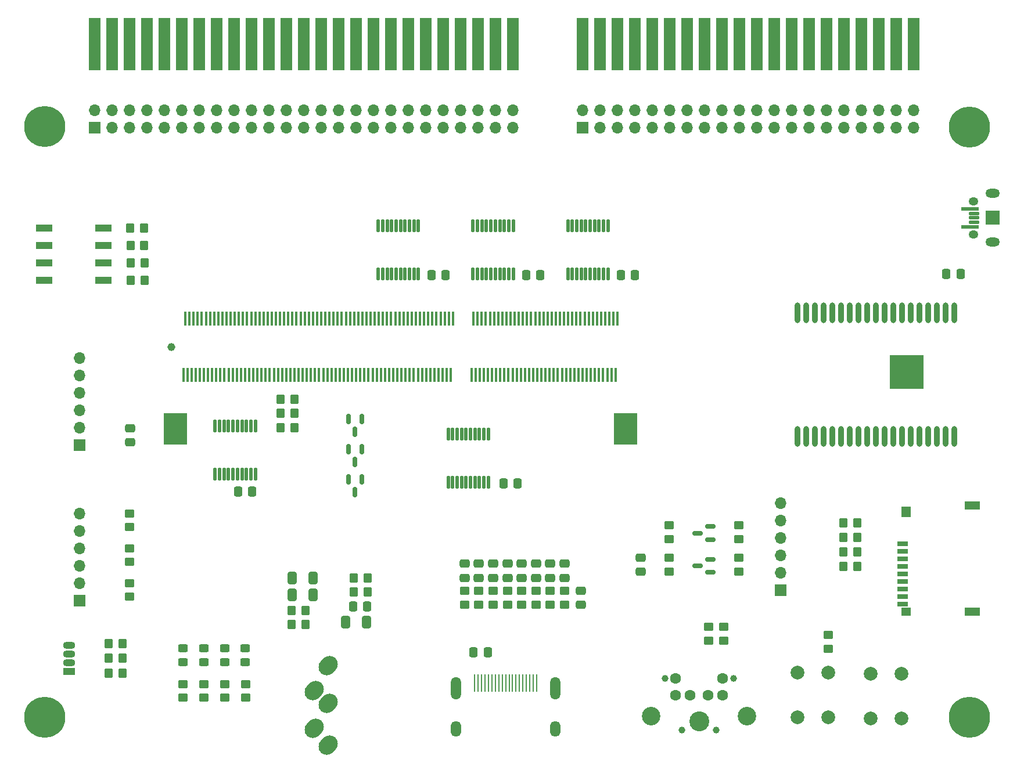
<source format=gbr>
%TF.GenerationSoftware,KiCad,Pcbnew,(6.0.10)*%
%TF.CreationDate,2023-01-23T19:11:06-08:00*%
%TF.ProjectId,TRS-IO++,5452532d-494f-42b2-9b2e-6b696361645f,rev?*%
%TF.SameCoordinates,Original*%
%TF.FileFunction,Soldermask,Top*%
%TF.FilePolarity,Negative*%
%FSLAX46Y46*%
G04 Gerber Fmt 4.6, Leading zero omitted, Abs format (unit mm)*
G04 Created by KiCad (PCBNEW (6.0.10)) date 2023-01-23 19:11:06*
%MOMM*%
%LPD*%
G01*
G04 APERTURE LIST*
G04 Aperture macros list*
%AMRoundRect*
0 Rectangle with rounded corners*
0 $1 Rounding radius*
0 $2 $3 $4 $5 $6 $7 $8 $9 X,Y pos of 4 corners*
0 Add a 4 corners polygon primitive as box body*
4,1,4,$2,$3,$4,$5,$6,$7,$8,$9,$2,$3,0*
0 Add four circle primitives for the rounded corners*
1,1,$1+$1,$2,$3*
1,1,$1+$1,$4,$5*
1,1,$1+$1,$6,$7*
1,1,$1+$1,$8,$9*
0 Add four rect primitives between the rounded corners*
20,1,$1+$1,$2,$3,$4,$5,0*
20,1,$1+$1,$4,$5,$6,$7,0*
20,1,$1+$1,$6,$7,$8,$9,0*
20,1,$1+$1,$8,$9,$2,$3,0*%
%AMHorizOval*
0 Thick line with rounded ends*
0 $1 width*
0 $2 $3 position (X,Y) of the first rounded end (center of the circle)*
0 $4 $5 position (X,Y) of the second rounded end (center of the circle)*
0 Add line between two ends*
20,1,$1,$2,$3,$4,$5,0*
0 Add two circle primitives to create the rounded ends*
1,1,$1,$2,$3*
1,1,$1,$4,$5*%
G04 Aperture macros list end*
%ADD10RoundRect,0.150000X0.587500X0.150000X-0.587500X0.150000X-0.587500X-0.150000X0.587500X-0.150000X0*%
%ADD11RoundRect,0.250000X0.350000X0.450000X-0.350000X0.450000X-0.350000X-0.450000X0.350000X-0.450000X0*%
%ADD12RoundRect,0.250000X0.475000X-0.337500X0.475000X0.337500X-0.475000X0.337500X-0.475000X-0.337500X0*%
%ADD13RoundRect,0.250000X-0.450000X0.350000X-0.450000X-0.350000X0.450000X-0.350000X0.450000X0.350000X0*%
%ADD14RoundRect,0.250000X-0.412500X-0.650000X0.412500X-0.650000X0.412500X0.650000X-0.412500X0.650000X0*%
%ADD15RoundRect,0.250000X0.450000X-0.350000X0.450000X0.350000X-0.450000X0.350000X-0.450000X-0.350000X0*%
%ADD16R,2.440000X1.120000*%
%ADD17RoundRect,0.250000X0.450000X-0.325000X0.450000X0.325000X-0.450000X0.325000X-0.450000X-0.325000X0*%
%ADD18RoundRect,0.250000X0.337500X0.475000X-0.337500X0.475000X-0.337500X-0.475000X0.337500X-0.475000X0*%
%ADD19C,0.800000*%
%ADD20C,6.000000*%
%ADD21RoundRect,0.250000X-0.350000X-0.450000X0.350000X-0.450000X0.350000X0.450000X-0.350000X0.450000X0*%
%ADD22RoundRect,0.250000X0.412500X0.650000X-0.412500X0.650000X-0.412500X-0.650000X0.412500X-0.650000X0*%
%ADD23RoundRect,0.250000X-0.475000X0.337500X-0.475000X-0.337500X0.475000X-0.337500X0.475000X0.337500X0*%
%ADD24C,2.000000*%
%ADD25R,1.700000X1.700000*%
%ADD26O,1.700000X1.700000*%
%ADD27HorizOval,2.400000X-0.212132X-0.212132X0.212132X0.212132X0*%
%ADD28RoundRect,0.250000X-0.337500X-0.475000X0.337500X-0.475000X0.337500X0.475000X-0.337500X0.475000X0*%
%ADD29RoundRect,0.150000X-0.150000X0.587500X-0.150000X-0.587500X0.150000X-0.587500X0.150000X0.587500X0*%
%ADD30R,0.280000X2.600000*%
%ADD31O,1.500000X3.300000*%
%ADD32O,1.500000X2.300000*%
%ADD33R,1.600000X0.700000*%
%ADD34R,1.400000X1.600000*%
%ADD35R,2.200000X1.200000*%
%ADD36R,1.400000X1.200000*%
%ADD37RoundRect,0.112500X-0.112500X0.837500X-0.112500X-0.837500X0.112500X-0.837500X0.112500X0.837500X0*%
%ADD38O,0.900000X3.000000*%
%ADD39R,5.000000X5.000000*%
%ADD40O,1.400000X1.200000*%
%ADD41RoundRect,0.050000X1.000000X-1.000000X1.000000X1.000000X-1.000000X1.000000X-1.000000X-1.000000X0*%
%ADD42O,2.100000X1.300000*%
%ADD43RoundRect,0.050000X1.250000X-0.200000X1.250000X0.200000X-1.250000X0.200000X-1.250000X-0.200000X0*%
%ADD44RoundRect,0.050000X0.675000X-0.200000X0.675000X0.200000X-0.675000X0.200000X-0.675000X-0.200000X0*%
%ADD45R,1.778000X7.620000*%
%ADD46R,1.800000X1.070000*%
%ADD47O,1.800000X1.070000*%
%ADD48C,1.600000*%
%ADD49C,1.000000*%
%ADD50C,2.900000*%
%ADD51C,2.700000*%
%ADD52C,1.150000*%
%ADD53R,0.350000X2.000000*%
%ADD54R,3.500000X4.600000*%
G04 APERTURE END LIST*
D10*
%TO.C,Q2*%
X123678833Y-121683200D03*
X123678833Y-119783200D03*
X121803833Y-120733200D03*
%TD*%
D11*
%TO.C,R33*%
X41081200Y-76250800D03*
X39081200Y-76250800D03*
%TD*%
D12*
%TO.C,C17*%
X113504266Y-126363500D03*
X113504266Y-124288500D03*
%TD*%
D13*
%TO.C,R39*%
X52869732Y-142764000D03*
X52869732Y-144764000D03*
%TD*%
D14*
%TO.C,C15*%
X70451999Y-133698599D03*
X73576999Y-133698599D03*
%TD*%
D15*
%TO.C,R8*%
X94081600Y-131175000D03*
X94081600Y-129175000D03*
%TD*%
D13*
%TO.C,R40*%
X55930800Y-142764000D03*
X55930800Y-144764000D03*
%TD*%
D16*
%TO.C,SW3*%
X26581400Y-76250800D03*
X26581400Y-78790800D03*
X26581400Y-81330800D03*
X26581400Y-83870800D03*
X35191400Y-83870800D03*
X35191400Y-81330800D03*
X35191400Y-78790800D03*
X35191400Y-76250800D03*
%TD*%
D11*
%TO.C,R29*%
X63026800Y-101193600D03*
X61026800Y-101193600D03*
%TD*%
D17*
%TO.C,D3*%
X49823666Y-139556600D03*
X49823666Y-137506600D03*
%TD*%
D18*
%TO.C,C16*%
X95565550Y-113487200D03*
X93490550Y-113487200D03*
%TD*%
D13*
%TO.C,R27*%
X117652800Y-124356000D03*
X117652800Y-126356000D03*
%TD*%
D15*
%TO.C,R10*%
X89916000Y-131175000D03*
X89916000Y-129175000D03*
%TD*%
D11*
%TO.C,R35*%
X41182800Y-81330800D03*
X39182800Y-81330800D03*
%TD*%
D17*
%TO.C,D2*%
X46792600Y-139556600D03*
X46792600Y-137506600D03*
%TD*%
D15*
%TO.C,R7*%
X96164400Y-131175000D03*
X96164400Y-129175000D03*
%TD*%
D19*
%TO.C,H3*%
X163033390Y-146033810D03*
X163692400Y-147624800D03*
X159851410Y-149215790D03*
D20*
X161442400Y-147624800D03*
D19*
X161442400Y-149874800D03*
X163033390Y-149215790D03*
X161442400Y-145374800D03*
X159192400Y-147624800D03*
X159851410Y-146033810D03*
%TD*%
D21*
%TO.C,R16*%
X143068800Y-125577600D03*
X145068800Y-125577600D03*
%TD*%
D22*
%TO.C,C12*%
X65787599Y-127314799D03*
X62662599Y-127314799D03*
%TD*%
D23*
%TO.C,C6*%
X91998800Y-125200500D03*
X91998800Y-127275500D03*
%TD*%
D11*
%TO.C,R34*%
X41132000Y-78790800D03*
X39132000Y-78790800D03*
%TD*%
%TO.C,R2*%
X37982400Y-136855200D03*
X35982400Y-136855200D03*
%TD*%
D23*
%TO.C,C4*%
X96164400Y-125200500D03*
X96164400Y-127275500D03*
%TD*%
D15*
%TO.C,R19*%
X127829866Y-126356000D03*
X127829866Y-124356000D03*
%TD*%
D13*
%TO.C,R31*%
X125628400Y-134432800D03*
X125628400Y-136432800D03*
%TD*%
D23*
%TO.C,C3*%
X98247200Y-125200500D03*
X98247200Y-127275500D03*
%TD*%
%TO.C,C7*%
X89916000Y-125200500D03*
X89916000Y-127275500D03*
%TD*%
D19*
%TO.C,H2*%
X159192400Y-61468000D03*
X163033390Y-59877010D03*
X161442400Y-63718000D03*
X159851410Y-59877010D03*
X163692400Y-61468000D03*
X159851410Y-63058990D03*
X163033390Y-63058990D03*
D20*
X161442400Y-61468000D03*
D19*
X161442400Y-59218000D03*
%TD*%
D23*
%TO.C,C1*%
X102412800Y-125200500D03*
X102412800Y-127275500D03*
%TD*%
D24*
%TO.C,SW2*%
X136383200Y-141123600D03*
X136383200Y-147623600D03*
X140883200Y-147623600D03*
X140883200Y-141123600D03*
%TD*%
D25*
%TO.C,J2*%
X105059400Y-61569600D03*
D26*
X105059400Y-59029600D03*
X107599400Y-61569600D03*
X107599400Y-59029600D03*
X110139400Y-61569600D03*
X110139400Y-59029600D03*
X112679400Y-61569600D03*
X112679400Y-59029600D03*
X115219400Y-61569600D03*
X115219400Y-59029600D03*
X117759400Y-61569600D03*
X117759400Y-59029600D03*
X120299400Y-61569600D03*
X120299400Y-59029600D03*
X122839400Y-61569600D03*
X122839400Y-59029600D03*
X125379400Y-61569600D03*
X125379400Y-59029600D03*
X127919400Y-61569600D03*
X127919400Y-59029600D03*
X130459400Y-61569600D03*
X130459400Y-59029600D03*
X132999400Y-61569600D03*
X132999400Y-59029600D03*
X135539400Y-61569600D03*
X135539400Y-59029600D03*
X138079400Y-61569600D03*
X138079400Y-59029600D03*
X140619400Y-61569600D03*
X140619400Y-59029600D03*
X143159400Y-61569600D03*
X143159400Y-59029600D03*
X145699400Y-61569600D03*
X145699400Y-59029600D03*
X148239400Y-61569600D03*
X148239400Y-59029600D03*
X150779400Y-61569600D03*
X150779400Y-59029600D03*
X153319400Y-61569600D03*
X153319400Y-59029600D03*
%TD*%
D27*
%TO.C,J10*%
X65919599Y-143737999D03*
X67919599Y-145537999D03*
X67919599Y-151637999D03*
X65919599Y-149237999D03*
X67919599Y-140037999D03*
%TD*%
D18*
%TO.C,C19*%
X85060700Y-83108800D03*
X82985700Y-83108800D03*
%TD*%
D23*
%TO.C,C8*%
X87833200Y-125200500D03*
X87833200Y-127275500D03*
%TD*%
D28*
%TO.C,C23*%
X89132500Y-138112500D03*
X91207500Y-138112500D03*
%TD*%
D29*
%TO.C,Q3*%
X72832000Y-104066100D03*
X70932000Y-104066100D03*
X71882000Y-105941100D03*
%TD*%
D30*
%TO.C,J7*%
X98327600Y-142619800D03*
X97827600Y-142619800D03*
X97327600Y-142619800D03*
X96827600Y-142619800D03*
X96327600Y-142619800D03*
X95827600Y-142619800D03*
X95327600Y-142619800D03*
X94827600Y-142619800D03*
X94327600Y-142619800D03*
X93827600Y-142619800D03*
X93327600Y-142619800D03*
X92827600Y-142619800D03*
X92327600Y-142619800D03*
X91827600Y-142619800D03*
X91327600Y-142619800D03*
X90827600Y-142619800D03*
X90327600Y-142619800D03*
X89827600Y-142619800D03*
X89327600Y-142619800D03*
D31*
X101077600Y-143379800D03*
D32*
X86577600Y-149339800D03*
X101077600Y-149339800D03*
D31*
X86577600Y-143379800D03*
%TD*%
D33*
%TO.C,J9*%
X151715700Y-122260000D03*
X151715700Y-123360000D03*
X151715700Y-124460000D03*
X151715700Y-125560000D03*
X151715700Y-126660000D03*
X151715700Y-127760000D03*
X151715700Y-128860000D03*
X151715700Y-129960000D03*
X151715700Y-131060000D03*
D34*
X152215700Y-117610000D03*
D35*
X161815700Y-116710000D03*
X161815700Y-132210000D03*
D36*
X152215700Y-132210000D03*
%TD*%
D11*
%TO.C,R36*%
X41182800Y-83870800D03*
X39182800Y-83870800D03*
%TD*%
D25*
%TO.C,J8*%
X133900866Y-129039400D03*
D26*
X133900866Y-126499400D03*
X133900866Y-123959400D03*
X133900866Y-121419400D03*
X133900866Y-118879400D03*
X133900866Y-116339400D03*
%TD*%
D21*
%TO.C,R17*%
X143068800Y-121361200D03*
X145068800Y-121361200D03*
%TD*%
D13*
%TO.C,R13*%
X39014400Y-122952000D03*
X39014400Y-124952000D03*
%TD*%
D11*
%TO.C,R26*%
X63026800Y-105359200D03*
X61026800Y-105359200D03*
%TD*%
D29*
%TO.C,Q4*%
X72832000Y-108485700D03*
X70932000Y-108485700D03*
X71882000Y-110360700D03*
%TD*%
D24*
%TO.C,SW1*%
X147000400Y-141276000D03*
X147000400Y-147776000D03*
X151500400Y-147776000D03*
X151500400Y-141276000D03*
%TD*%
D13*
%TO.C,R32*%
X123444000Y-134432800D03*
X123444000Y-136432800D03*
%TD*%
D25*
%TO.C,J5*%
X31705400Y-130556000D03*
D26*
X31705400Y-128016000D03*
X31705400Y-125476000D03*
X31705400Y-122936000D03*
X31705400Y-120396000D03*
X31705400Y-117856000D03*
%TD*%
D21*
%TO.C,R18*%
X143068800Y-119227600D03*
X145068800Y-119227600D03*
%TD*%
D11*
%TO.C,R1*%
X37982400Y-141173200D03*
X35982400Y-141173200D03*
%TD*%
D37*
%TO.C,U3*%
X108741400Y-75900400D03*
X108091400Y-75900400D03*
X107441400Y-75900400D03*
X106791400Y-75900400D03*
X106141400Y-75900400D03*
X105491400Y-75900400D03*
X104841400Y-75900400D03*
X104191400Y-75900400D03*
X103541400Y-75900400D03*
X102891400Y-75900400D03*
X102891400Y-82900400D03*
X103541400Y-82900400D03*
X104191400Y-82900400D03*
X104841400Y-82900400D03*
X105491400Y-82900400D03*
X106141400Y-82900400D03*
X106791400Y-82900400D03*
X107441400Y-82900400D03*
X108091400Y-82900400D03*
X108741400Y-82900400D03*
%TD*%
D10*
%TO.C,Q1*%
X123678833Y-126456000D03*
X123678833Y-124556000D03*
X121803833Y-125506000D03*
%TD*%
D17*
%TO.C,D4*%
X52854732Y-139556600D03*
X52854732Y-137506600D03*
%TD*%
D37*
%TO.C,U4*%
X91306250Y-106278800D03*
X90656250Y-106278800D03*
X90006250Y-106278800D03*
X89356250Y-106278800D03*
X88706250Y-106278800D03*
X88056250Y-106278800D03*
X87406250Y-106278800D03*
X86756250Y-106278800D03*
X86106250Y-106278800D03*
X85456250Y-106278800D03*
X85456250Y-113278800D03*
X86106250Y-113278800D03*
X86756250Y-113278800D03*
X87406250Y-113278800D03*
X88056250Y-113278800D03*
X88706250Y-113278800D03*
X89356250Y-113278800D03*
X90006250Y-113278800D03*
X90656250Y-113278800D03*
X91306250Y-113278800D03*
%TD*%
D38*
%TO.C,U1*%
X159211600Y-88637600D03*
X157941600Y-88637600D03*
X156671600Y-88637600D03*
X155401600Y-88637600D03*
X154131600Y-88637600D03*
X152861600Y-88637600D03*
X151591600Y-88637600D03*
X150321600Y-88637600D03*
X149051600Y-88637600D03*
X147781600Y-88637600D03*
X146511600Y-88637600D03*
X145241600Y-88637600D03*
X143971600Y-88637600D03*
X142701600Y-88637600D03*
X141401600Y-88637600D03*
X140131600Y-88637600D03*
X138861600Y-88637600D03*
X137591600Y-88637600D03*
X136321600Y-88637600D03*
X136321600Y-106637600D03*
X137591600Y-106637600D03*
X138861600Y-106637600D03*
X140131600Y-106637600D03*
X141401600Y-106637600D03*
X142701600Y-106667600D03*
X143971600Y-106667600D03*
X145241600Y-106667600D03*
X146511600Y-106667600D03*
X147781600Y-106667600D03*
X149051600Y-106667600D03*
X150321600Y-106667600D03*
X151591600Y-106667600D03*
X152861600Y-106667600D03*
X154131600Y-106667600D03*
X155401600Y-106667600D03*
X156671600Y-106667600D03*
X157941600Y-106667600D03*
X159211600Y-106667600D03*
D19*
X150301600Y-96237600D03*
X153301600Y-96237600D03*
X153301600Y-97237600D03*
X150301600Y-97237600D03*
X154301600Y-99237600D03*
X154301600Y-95237600D03*
X150301600Y-98237600D03*
X151301600Y-97237600D03*
X152301600Y-99237600D03*
X150301600Y-99237600D03*
X150301600Y-95237600D03*
X152301600Y-98237600D03*
X152301600Y-97237600D03*
X154301600Y-97237600D03*
D39*
X152291600Y-97237600D03*
D19*
X153301600Y-99237600D03*
X151301600Y-99237600D03*
X151301600Y-95237600D03*
X153301600Y-98237600D03*
X154301600Y-98237600D03*
X153301600Y-95237600D03*
X151301600Y-96237600D03*
X152301600Y-96237600D03*
X154301600Y-96237600D03*
X152301600Y-95237600D03*
X151301600Y-98237600D03*
%TD*%
D12*
%TO.C,C21*%
X104775000Y-131212500D03*
X104775000Y-129137500D03*
%TD*%
D15*
%TO.C,R30*%
X140817600Y-137601200D03*
X140817600Y-135601200D03*
%TD*%
D19*
%TO.C,H1*%
X26670000Y-63667200D03*
X25079010Y-63008190D03*
X28920000Y-61417200D03*
D20*
X26670000Y-61417200D03*
D19*
X25079010Y-59826210D03*
X28260990Y-63008190D03*
X28260990Y-59826210D03*
X26670000Y-59167200D03*
X24420000Y-61417200D03*
%TD*%
D11*
%TO.C,R24*%
X73674899Y-129329799D03*
X71674899Y-129329799D03*
%TD*%
D29*
%TO.C,Q5*%
X72832000Y-112905300D03*
X70932000Y-112905300D03*
X71882000Y-114780300D03*
%TD*%
D23*
%TO.C,C5*%
X94081600Y-125200500D03*
X94081600Y-127275500D03*
%TD*%
D13*
%TO.C,R12*%
X39014400Y-117855999D03*
X39014400Y-119855999D03*
%TD*%
D11*
%TO.C,R22*%
X64615499Y-131988399D03*
X62615499Y-131988399D03*
%TD*%
D40*
%TO.C,J12*%
X162019700Y-72301800D03*
D41*
X164769700Y-74726800D03*
D42*
X164769700Y-78301800D03*
X164769700Y-71151800D03*
D40*
X162019700Y-77151800D03*
D43*
X161518500Y-76026800D03*
D44*
X162094700Y-75376800D03*
X162094700Y-74726800D03*
X162094700Y-74076800D03*
D43*
X161518500Y-73426800D03*
%TD*%
D18*
%TO.C,C11*%
X112695900Y-83108800D03*
X110620900Y-83108800D03*
%TD*%
D11*
%TO.C,R28*%
X63026800Y-103276400D03*
X61026800Y-103276400D03*
%TD*%
%TO.C,R23*%
X73674899Y-127246999D03*
X71674899Y-127246999D03*
%TD*%
D15*
%TO.C,R4*%
X102412800Y-131175000D03*
X102412800Y-129175000D03*
%TD*%
D18*
%TO.C,C24*%
X160143100Y-82905600D03*
X158068100Y-82905600D03*
%TD*%
D13*
%TO.C,R38*%
X49808666Y-142764000D03*
X49808666Y-144764000D03*
%TD*%
D45*
%TO.C,J4*%
X105054400Y-49428400D03*
X107594400Y-49428400D03*
X110134400Y-49428400D03*
X112674400Y-49428400D03*
X115214400Y-49428400D03*
X117754400Y-49428400D03*
X120294400Y-49428400D03*
X122834400Y-49428400D03*
X125374400Y-49428400D03*
X127914400Y-49428400D03*
X130454400Y-49428400D03*
X132994400Y-49428400D03*
X135534400Y-49428400D03*
X138074400Y-49428400D03*
X140614400Y-49428400D03*
X143154400Y-49428400D03*
X145694400Y-49428400D03*
X148234400Y-49428400D03*
X150774400Y-49428400D03*
X153314400Y-49428400D03*
%TD*%
%TO.C,J3*%
X33909000Y-49428400D03*
X36449000Y-49428400D03*
X38989000Y-49428400D03*
X41529000Y-49428400D03*
X44069000Y-49428400D03*
X46609000Y-49428400D03*
X49149000Y-49428400D03*
X51689000Y-49428400D03*
X54229000Y-49428400D03*
X56769000Y-49428400D03*
X59309000Y-49428400D03*
X61849000Y-49428400D03*
X64389000Y-49428400D03*
X66929000Y-49428400D03*
X69469000Y-49428400D03*
X72009000Y-49428400D03*
X74549000Y-49428400D03*
X77089000Y-49428400D03*
X79629000Y-49428400D03*
X82169000Y-49428400D03*
X84709000Y-49428400D03*
X87249000Y-49428400D03*
X89789000Y-49428400D03*
X92329000Y-49428400D03*
X94869000Y-49428400D03*
%TD*%
D13*
%TO.C,R20*%
X127829866Y-119583200D03*
X127829866Y-121583200D03*
%TD*%
D37*
%TO.C,U2*%
X94923800Y-75900400D03*
X94273800Y-75900400D03*
X93623800Y-75900400D03*
X92973800Y-75900400D03*
X92323800Y-75900400D03*
X91673800Y-75900400D03*
X91023800Y-75900400D03*
X90373800Y-75900400D03*
X89723800Y-75900400D03*
X89073800Y-75900400D03*
X89073800Y-82900400D03*
X89723800Y-82900400D03*
X90373800Y-82900400D03*
X91023800Y-82900400D03*
X91673800Y-82900400D03*
X92323800Y-82900400D03*
X92973800Y-82900400D03*
X93623800Y-82900400D03*
X94273800Y-82900400D03*
X94923800Y-82900400D03*
%TD*%
D23*
%TO.C,C2*%
X100330000Y-125200500D03*
X100330000Y-127275500D03*
%TD*%
D46*
%TO.C,D1*%
X30224000Y-140890800D03*
D47*
X30224000Y-139620800D03*
X30224000Y-138350800D03*
X30224000Y-137080800D03*
%TD*%
D48*
%TO.C,J11*%
X123321600Y-144409600D03*
X120721600Y-144409600D03*
X125421600Y-144409600D03*
X118621600Y-144409600D03*
X125421600Y-141909600D03*
X118621600Y-141909600D03*
D49*
X124521600Y-149509600D03*
X119521600Y-149509600D03*
X127021600Y-141909600D03*
X117021600Y-141909600D03*
D50*
X122021600Y-148209600D03*
D51*
X129021600Y-147409600D03*
X115021600Y-147409600D03*
%TD*%
D52*
%TO.C,Conn1*%
X45086000Y-93569700D03*
D53*
X110136000Y-89469700D03*
X109836000Y-97669700D03*
X109536000Y-89469700D03*
X109236000Y-97669700D03*
X108936000Y-89469700D03*
X108636000Y-97669700D03*
X108336000Y-89469700D03*
X108036000Y-97669700D03*
X107736000Y-89469700D03*
X107436000Y-97669700D03*
X107136000Y-89469700D03*
X106836000Y-97669700D03*
X106536000Y-89469700D03*
X106236000Y-97669700D03*
X105936000Y-89469700D03*
X105636000Y-97669700D03*
X105336000Y-89469700D03*
X105036000Y-97669700D03*
X104736000Y-89469700D03*
X104436000Y-97669700D03*
X104136000Y-89469700D03*
X103836000Y-97669700D03*
X103536000Y-89469700D03*
X103236000Y-97669700D03*
X102936000Y-89469700D03*
X102636000Y-97669700D03*
X102336000Y-89469700D03*
X102036000Y-97669700D03*
X101736000Y-89469700D03*
X101436000Y-97669700D03*
X101136000Y-89469700D03*
X100836000Y-97669700D03*
X100536000Y-89469700D03*
X100236000Y-97669700D03*
X99936000Y-89469700D03*
X99636000Y-97669700D03*
X99336000Y-89469700D03*
X99036000Y-97669700D03*
X98736000Y-89469700D03*
X98436000Y-97669700D03*
X98136000Y-89469700D03*
X97836000Y-97669700D03*
X97536000Y-89469700D03*
X97236000Y-97669700D03*
X96936000Y-89469700D03*
X96636000Y-97669700D03*
X96336000Y-89469700D03*
X96036000Y-97669700D03*
X95736000Y-89469700D03*
X95436000Y-97669700D03*
X95136000Y-89469700D03*
X94836000Y-97669700D03*
X94536000Y-89469700D03*
X94236000Y-97669700D03*
X93936000Y-89469700D03*
X93636000Y-97669700D03*
X93336000Y-89469700D03*
X93036000Y-97669700D03*
X92736000Y-89469700D03*
X92436000Y-97669700D03*
X92136000Y-89469700D03*
X91836000Y-97669700D03*
X91536000Y-89469700D03*
X91236000Y-97669700D03*
X90936000Y-89469700D03*
X90636000Y-97669700D03*
X90336000Y-89469700D03*
X90036000Y-97669700D03*
X89736000Y-89469700D03*
X89436000Y-97669700D03*
X89136000Y-89469700D03*
X88836000Y-97669700D03*
X86136000Y-89469700D03*
X85836000Y-97669700D03*
X85536000Y-89469700D03*
X85236000Y-97669700D03*
X84936000Y-89469700D03*
X84636000Y-97669700D03*
X84336000Y-89469700D03*
X84036000Y-97669700D03*
X83736000Y-89469700D03*
X83436000Y-97669700D03*
X83136000Y-89469700D03*
X82836000Y-97669700D03*
X82536000Y-89469700D03*
X82236000Y-97669700D03*
X81936000Y-89469700D03*
X81636000Y-97669700D03*
X81336000Y-89469700D03*
X81036000Y-97669700D03*
X80736000Y-89469700D03*
X80436000Y-97669700D03*
X80136000Y-89469700D03*
X79836000Y-97669700D03*
X79536000Y-89469700D03*
X79236000Y-97669700D03*
X78936000Y-89469700D03*
X78636000Y-97669700D03*
X78336000Y-89469700D03*
X78036000Y-97669700D03*
X77736000Y-89469700D03*
X77436000Y-97669700D03*
X77136000Y-89469700D03*
X76836000Y-97669700D03*
X76536000Y-89469700D03*
X76236000Y-97669700D03*
X75936000Y-89469700D03*
X75636000Y-97669700D03*
X75336000Y-89469700D03*
X75036000Y-97669700D03*
X74736000Y-89469700D03*
X74436000Y-97669700D03*
X74136000Y-89469700D03*
X73836000Y-97669700D03*
X73536000Y-89469700D03*
X73236000Y-97669700D03*
X72936000Y-89469700D03*
X72636000Y-97669700D03*
X72336000Y-89469700D03*
X72036000Y-97669700D03*
X71736000Y-89469700D03*
X71436000Y-97669700D03*
X71136000Y-89469700D03*
X70836000Y-97669700D03*
X70536000Y-89469700D03*
X70236000Y-97669700D03*
X69936000Y-89469700D03*
X69636000Y-97669700D03*
X69336000Y-89469700D03*
X69036000Y-97669700D03*
X68736000Y-89469700D03*
X68436000Y-97669700D03*
X68136000Y-89469700D03*
X67836000Y-97669700D03*
X67536000Y-89469700D03*
X67236000Y-97669700D03*
X66936000Y-89469700D03*
X66636000Y-97669700D03*
X66336000Y-89469700D03*
X66036000Y-97669700D03*
X65736000Y-89469700D03*
X65436000Y-97669700D03*
X65136000Y-89469700D03*
X64836000Y-97669700D03*
X64536000Y-89469700D03*
X64236000Y-97669700D03*
X63936000Y-89469700D03*
X63636000Y-97669700D03*
X63336000Y-89469700D03*
X63036000Y-97669700D03*
X62736000Y-89469700D03*
X62436000Y-97669700D03*
X62136000Y-89469700D03*
X61836000Y-97669700D03*
X61536000Y-89469700D03*
X61236000Y-97669700D03*
X60936000Y-89469700D03*
X60636000Y-97669700D03*
X60336000Y-89469700D03*
X60036000Y-97669700D03*
X59736000Y-89469700D03*
X59436000Y-97669700D03*
X59136000Y-89469700D03*
X58836000Y-97669700D03*
X58536000Y-89469700D03*
X58236000Y-97669700D03*
X57936000Y-89469700D03*
X57636000Y-97669700D03*
X57336000Y-89469700D03*
X57036000Y-97669700D03*
X56736000Y-89469700D03*
X56436000Y-97669700D03*
X56136000Y-89469700D03*
X55836000Y-97669700D03*
X55536000Y-89469700D03*
X55236000Y-97669700D03*
X54936000Y-89469700D03*
X54636000Y-97669700D03*
X54336000Y-89469700D03*
X54036000Y-97669700D03*
X53736000Y-89469700D03*
X53436000Y-97669700D03*
X53136000Y-89469700D03*
X52836000Y-97669700D03*
X52536000Y-89469700D03*
X52236000Y-97669700D03*
X51936000Y-89469700D03*
X51636000Y-97669700D03*
X51336000Y-89469700D03*
X51036000Y-97669700D03*
X50736000Y-89469700D03*
X50436000Y-97669700D03*
X50136000Y-89469700D03*
X49836000Y-97669700D03*
X49536000Y-89469700D03*
X49236000Y-97669700D03*
X48936000Y-89469700D03*
X48636000Y-97669700D03*
X48336000Y-89469700D03*
X48036000Y-97669700D03*
X47736000Y-89469700D03*
X47436000Y-97669700D03*
X47136000Y-89469700D03*
X46836000Y-97669700D03*
D54*
X111286000Y-105569700D03*
X45686000Y-105569700D03*
%TD*%
D13*
%TO.C,R37*%
X46747600Y-142764000D03*
X46747600Y-144764000D03*
%TD*%
D15*
%TO.C,R5*%
X100330000Y-131175000D03*
X100330000Y-129175000D03*
%TD*%
D11*
%TO.C,R3*%
X37982400Y-138988800D03*
X35982400Y-138988800D03*
%TD*%
D25*
%TO.C,J1*%
X33883600Y-61569600D03*
D26*
X33883600Y-59029600D03*
X36423600Y-61569600D03*
X36423600Y-59029600D03*
X38963600Y-61569600D03*
X38963600Y-59029600D03*
X41503600Y-61569600D03*
X41503600Y-59029600D03*
X44043600Y-61569600D03*
X44043600Y-59029600D03*
X46583600Y-61569600D03*
X46583600Y-59029600D03*
X49123600Y-61569600D03*
X49123600Y-59029600D03*
X51663600Y-61569600D03*
X51663600Y-59029600D03*
X54203600Y-61569600D03*
X54203600Y-59029600D03*
X56743600Y-61569600D03*
X56743600Y-59029600D03*
X59283600Y-61569600D03*
X59283600Y-59029600D03*
X61823600Y-61569600D03*
X61823600Y-59029600D03*
X64363600Y-61569600D03*
X64363600Y-59029600D03*
X66903600Y-61569600D03*
X66903600Y-59029600D03*
X69443600Y-61569600D03*
X69443600Y-59029600D03*
X71983600Y-61569600D03*
X71983600Y-59029600D03*
X74523600Y-61569600D03*
X74523600Y-59029600D03*
X77063600Y-61569600D03*
X77063600Y-59029600D03*
X79603600Y-61569600D03*
X79603600Y-59029600D03*
X82143600Y-61569600D03*
X82143600Y-59029600D03*
X84683600Y-61569600D03*
X84683600Y-59029600D03*
X87223600Y-61569600D03*
X87223600Y-59029600D03*
X89763600Y-61569600D03*
X89763600Y-59029600D03*
X92303600Y-61569600D03*
X92303600Y-59029600D03*
X94843600Y-61569600D03*
X94843600Y-59029600D03*
%TD*%
D15*
%TO.C,R25*%
X117652800Y-121583200D03*
X117652800Y-119583200D03*
%TD*%
D17*
%TO.C,D5*%
X55885800Y-139556600D03*
X55885800Y-137506600D03*
%TD*%
D15*
%TO.C,R11*%
X87833200Y-131175000D03*
X87833200Y-129175000D03*
%TD*%
%TO.C,R9*%
X91998800Y-131175000D03*
X91998800Y-129175000D03*
%TD*%
D25*
%TO.C,J6*%
X31705400Y-107899200D03*
D26*
X31705400Y-105359200D03*
X31705400Y-102819200D03*
X31705400Y-100279200D03*
X31705400Y-97739200D03*
X31705400Y-95199200D03*
%TD*%
D18*
%TO.C,C18*%
X56866700Y-114655600D03*
X54791700Y-114655600D03*
%TD*%
D13*
%TO.C,R14*%
X39014400Y-128032000D03*
X39014400Y-130032000D03*
%TD*%
D37*
%TO.C,U5*%
X57331800Y-105110400D03*
X56681800Y-105110400D03*
X56031800Y-105110400D03*
X55381800Y-105110400D03*
X54731800Y-105110400D03*
X54081800Y-105110400D03*
X53431800Y-105110400D03*
X52781800Y-105110400D03*
X52131800Y-105110400D03*
X51481800Y-105110400D03*
X51481800Y-112110400D03*
X52131800Y-112110400D03*
X52781800Y-112110400D03*
X53431800Y-112110400D03*
X54081800Y-112110400D03*
X54731800Y-112110400D03*
X55381800Y-112110400D03*
X56031800Y-112110400D03*
X56681800Y-112110400D03*
X57331800Y-112110400D03*
%TD*%
D19*
%TO.C,H4*%
X26670000Y-149874800D03*
X28920000Y-147624800D03*
X25079010Y-146033810D03*
X26670000Y-145374800D03*
X25079010Y-149215790D03*
X28260990Y-149215790D03*
D20*
X26670000Y-147624800D03*
D19*
X24420000Y-147624800D03*
X28260990Y-146033810D03*
%TD*%
D18*
%TO.C,C10*%
X98878300Y-83108800D03*
X96803300Y-83108800D03*
%TD*%
D21*
%TO.C,R15*%
X143068800Y-123494800D03*
X145068800Y-123494800D03*
%TD*%
D15*
%TO.C,R6*%
X98247200Y-131175000D03*
X98247200Y-129175000D03*
%TD*%
D21*
%TO.C,R21*%
X62615499Y-134020399D03*
X64615499Y-134020399D03*
%TD*%
D37*
%TO.C,U6*%
X81106200Y-75900400D03*
X80456200Y-75900400D03*
X79806200Y-75900400D03*
X79156200Y-75900400D03*
X78506200Y-75900400D03*
X77856200Y-75900400D03*
X77206200Y-75900400D03*
X76556200Y-75900400D03*
X75906200Y-75900400D03*
X75256200Y-75900400D03*
X75256200Y-82900400D03*
X75906200Y-82900400D03*
X76556200Y-82900400D03*
X77206200Y-82900400D03*
X77856200Y-82900400D03*
X78506200Y-82900400D03*
X79156200Y-82900400D03*
X79806200Y-82900400D03*
X80456200Y-82900400D03*
X81106200Y-82900400D03*
%TD*%
D23*
%TO.C,C9*%
X39116000Y-105439300D03*
X39116000Y-107514300D03*
%TD*%
D18*
%TO.C,C13*%
X73661599Y-131412599D03*
X71586599Y-131412599D03*
%TD*%
D14*
%TO.C,C14*%
X62662599Y-129753199D03*
X65787599Y-129753199D03*
%TD*%
M02*

</source>
